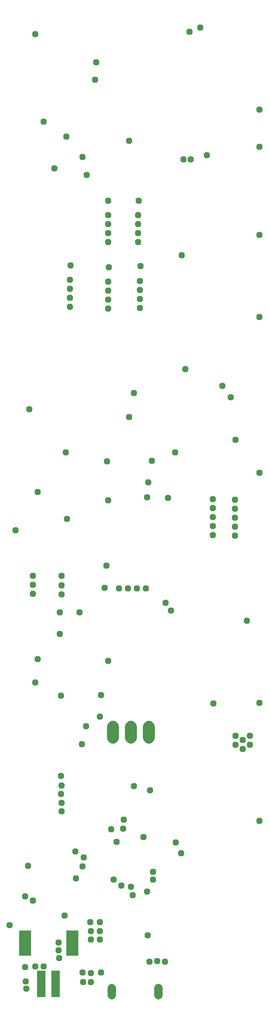
<source format=gbr>
G04 EAGLE Gerber RS-274X export*
G75*
%MOMM*%
%FSLAX34Y34*%
%LPD*%
%INSoldermask Bottom*%
%IPPOS*%
%AMOC8*
5,1,8,0,0,1.08239X$1,22.5*%
G01*
%ADD10R,1.203200X3.703200*%
%ADD11R,1.703200X3.603200*%
%ADD12C,0.703200*%
%ADD13C,1.211200*%
%ADD14C,1.727200*%
%ADD15C,0.959600*%


D10*
X78504Y32055D03*
X58504Y32055D03*
D11*
X102004Y89555D03*
X35004Y89555D03*
D12*
X157754Y20828D03*
X223754Y20828D03*
D13*
X157754Y15788D02*
X157754Y25868D01*
X223754Y25868D02*
X223754Y15788D01*
D14*
X159512Y379984D02*
X159512Y395224D01*
X184912Y395224D02*
X184912Y379984D01*
X210312Y379984D02*
X210312Y395224D01*
D15*
X222783Y63856D03*
X211455Y63576D03*
X233375Y63373D03*
X83058Y79248D03*
X83312Y68580D03*
X82804Y90424D03*
X13688Y115062D03*
X209296Y100584D03*
X86360Y325882D03*
X86614Y311912D03*
X86360Y299974D03*
X86614Y287274D03*
X86614Y275590D03*
X216916Y189992D03*
X216916Y179324D03*
X333502Y382778D03*
X343154Y376174D03*
X353822Y370078D03*
X353314Y382524D03*
X332994Y369570D03*
X343408Y364236D03*
X128016Y119126D03*
X140970Y119126D03*
X128524Y106680D03*
X140970Y106680D03*
X128270Y94742D03*
X140970Y94996D03*
X91088Y128170D03*
X39370Y199136D03*
X49530Y1373886D03*
X349504Y545338D03*
X152654Y488696D03*
X150837Y623277D03*
X189738Y867156D03*
X40894Y844296D03*
X259842Y1196594D03*
X269494Y1196594D03*
X267970Y1377442D03*
X182626Y1223264D03*
X301498Y716534D03*
X301498Y703834D03*
X301498Y691134D03*
X301498Y678434D03*
X301498Y665734D03*
X332740Y716280D03*
X332740Y703580D03*
X332740Y690880D03*
X332740Y678180D03*
X332740Y665480D03*
X46736Y608838D03*
X46482Y595630D03*
X46482Y582930D03*
X87376Y608584D03*
X87122Y595376D03*
X87122Y582676D03*
X93980Y1229360D03*
X257048Y1061720D03*
X262636Y900684D03*
X333502Y800354D03*
X53086Y726694D03*
X86106Y439166D03*
X302006Y428244D03*
X99568Y1047242D03*
X99060Y1026668D03*
X99060Y1013968D03*
X99060Y1001268D03*
X99060Y988568D03*
X153670Y1044956D03*
X153162Y1024382D03*
X153162Y1011682D03*
X153162Y998982D03*
X153162Y986282D03*
X198374Y1045972D03*
X197866Y1025398D03*
X197866Y1012698D03*
X197866Y999998D03*
X197866Y987298D03*
X153416Y1138936D03*
X152908Y1118362D03*
X152908Y1105662D03*
X152908Y1092962D03*
X152908Y1080262D03*
X196088Y1138682D03*
X195580Y1118108D03*
X195580Y1105408D03*
X195580Y1092708D03*
X195580Y1080008D03*
X147828Y591312D03*
X168402Y590804D03*
X181102Y590804D03*
X193802Y590804D03*
X206502Y590804D03*
X61468Y56642D03*
X36220Y35560D03*
X37287Y25375D03*
X49378Y56464D03*
X21562Y672592D03*
X117602Y34544D03*
X128778Y34544D03*
X116332Y47752D03*
X128524Y47244D03*
X142748Y47752D03*
X164592Y232410D03*
X367058Y261874D03*
X283210Y1383030D03*
X367058Y1266952D03*
X367058Y1214374D03*
X367058Y1090422D03*
X367058Y974598D03*
X367058Y753872D03*
X367058Y428976D03*
X84836Y526288D03*
X84074Y557276D03*
X35306Y55626D03*
X35560Y155702D03*
X45974Y149352D03*
X106172Y218694D03*
X116586Y1200404D03*
X121412Y395732D03*
X115824Y370840D03*
X116332Y198120D03*
X76962Y1183894D03*
X106934Y180848D03*
X61214Y1250696D03*
X182372Y832612D03*
X161036Y179324D03*
X171704Y170942D03*
X248158Y782828D03*
X185166Y168910D03*
X234696Y570738D03*
X94742Y688594D03*
X92710Y782828D03*
X256097Y216219D03*
X292862Y1203198D03*
X248920Y231648D03*
X326898Y860552D03*
X314706Y877062D03*
X203148Y239724D03*
X212090Y305054D03*
X134112Y1309370D03*
X242316Y559054D03*
X187706Y157480D03*
X207772Y162052D03*
X237490Y718820D03*
X112776Y556514D03*
X189738Y311150D03*
X118110Y210312D03*
X175260Y263652D03*
X173962Y251460D03*
X156972Y250416D03*
X122936Y1175004D03*
X136144Y1334516D03*
X152654Y715010D03*
X208280Y719582D03*
X151384Y770636D03*
X215166Y771144D03*
X209804Y740918D03*
X53340Y490982D03*
X49756Y457962D03*
X140970Y409956D03*
X143256Y439928D03*
M02*

</source>
